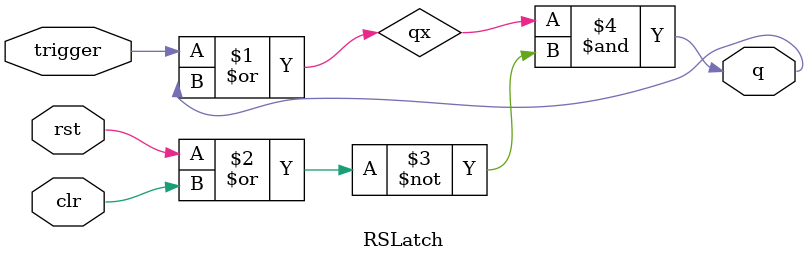
<source format=v>
`timescale 1ns / 1ps
module RSLatch(
    input trigger,
    input clr,
    input rst,
    output q
    );

wire qx;

assign qx = (trigger | q);
assign q = qx & ~(rst | clr); 

endmodule

</source>
